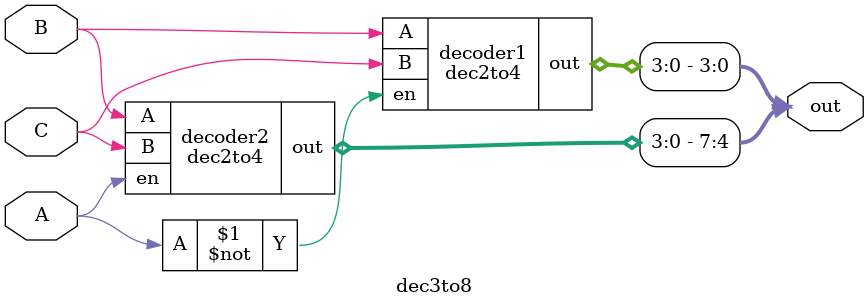
<source format=v>
module dec2to4(A, B, en, out);
input A, B, en;
output reg [3:0] out;

always @(en or A or B)
begin
if(en==0) begin
 out = 4'b0000;
end
else begin 
 out[0] = (~A) & (~B);
 out[1] = (~A) & (B);
 out[2] = (A) & (~B);
 out[3] = A & B;
end
end
endmodule

module dec3to8 (A, B, C, out);
input A, B, C;
output [7:0] out;

dec2to4 decoder1(B, C, ~A, out [3:0]);
dec2to4 decoder2(B, C,  A, out[7:4]);

endmodule


</source>
